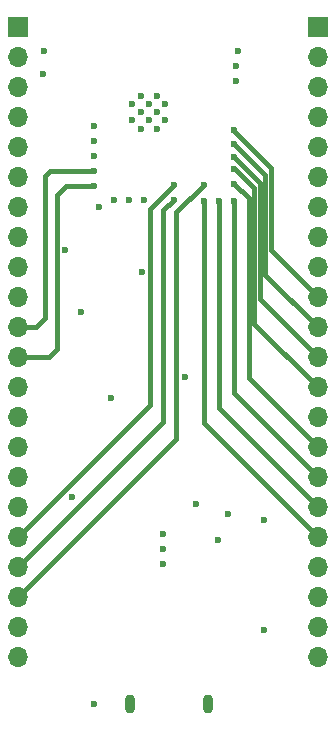
<source format=gbr>
%TF.GenerationSoftware,KiCad,Pcbnew,8.0.8*%
%TF.CreationDate,2025-02-25T12:41:36-05:00*%
%TF.ProjectId,pcb1,70636231-2e6b-4696-9361-645f70636258,rev?*%
%TF.SameCoordinates,Original*%
%TF.FileFunction,Copper,L3,Inr*%
%TF.FilePolarity,Positive*%
%FSLAX46Y46*%
G04 Gerber Fmt 4.6, Leading zero omitted, Abs format (unit mm)*
G04 Created by KiCad (PCBNEW 8.0.8) date 2025-02-25 12:41:36*
%MOMM*%
%LPD*%
G01*
G04 APERTURE LIST*
%TA.AperFunction,ComponentPad*%
%ADD10O,0.900000X1.600000*%
%TD*%
%TA.AperFunction,HeatsinkPad*%
%ADD11C,0.600000*%
%TD*%
%TA.AperFunction,ComponentPad*%
%ADD12R,1.700000X1.700000*%
%TD*%
%TA.AperFunction,ComponentPad*%
%ADD13O,1.700000X1.700000*%
%TD*%
%TA.AperFunction,ViaPad*%
%ADD14C,0.600000*%
%TD*%
%TA.AperFunction,Conductor*%
%ADD15C,0.381000*%
%TD*%
G04 APERTURE END LIST*
D10*
%TO.N,GND*%
%TO.C,J1*%
X111060000Y-97930000D03*
X117660000Y-97930000D03*
%TD*%
D11*
%TO.N,GND*%
%TO.C,U1*%
X111273000Y-47099000D03*
X111273000Y-48499000D03*
X111973000Y-46399000D03*
X111973000Y-47799000D03*
X111973000Y-49199000D03*
X112673000Y-47099000D03*
X112673000Y-48499000D03*
X113373000Y-46399000D03*
X113373000Y-47799000D03*
X113373000Y-49199000D03*
X114073000Y-47099000D03*
X114073000Y-48499000D03*
%TD*%
D12*
%TO.N,GND*%
%TO.C,J3*%
X127000000Y-40640000D03*
D13*
%TO.N,/U0TXD*%
X127000000Y-43180000D03*
%TO.N,/U0RXD*%
X127000000Y-45720000D03*
%TO.N,/GPIO1*%
X127000000Y-48260000D03*
%TO.N,/GPIO2*%
X127000000Y-50800000D03*
%TO.N,/GPIO42*%
X127000000Y-53340000D03*
%TO.N,/GPIO41*%
X127000000Y-55880000D03*
%TO.N,/GPIO40*%
X127000000Y-58420000D03*
%TO.N,/GPIO39*%
X127000000Y-60960000D03*
%TO.N,/GPIO38*%
X127000000Y-63500000D03*
%TO.N,/GPIO37*%
X127000000Y-66040000D03*
%TO.N,/GPIO36*%
X127000000Y-68580000D03*
%TO.N,/GPIO35*%
X127000000Y-71120000D03*
%TO.N,/GPIO0*%
X127000000Y-73660000D03*
%TO.N,/GPIO45*%
X127000000Y-76200000D03*
%TO.N,/GPIO48*%
X127000000Y-78740000D03*
%TO.N,/GPIO47*%
X127000000Y-81280000D03*
%TO.N,/GPIO21*%
X127000000Y-83820000D03*
%TO.N,/GPIO20*%
X127000000Y-86360000D03*
%TO.N,/GPIO19*%
X127000000Y-88900000D03*
%TO.N,GND*%
X127000000Y-91440000D03*
X127000000Y-93980000D03*
%TD*%
D12*
%TO.N,ESP_3V3*%
%TO.C,J2*%
X101600000Y-40640000D03*
D13*
X101600000Y-43180000D03*
%TO.N,/CHIP_PU*%
X101600000Y-45720000D03*
%TO.N,/GPIO4*%
X101600000Y-48260000D03*
%TO.N,/GPIO5*%
X101600000Y-50800000D03*
%TO.N,/GPIO6*%
X101600000Y-53340000D03*
%TO.N,/GPIO7*%
X101600000Y-55880000D03*
%TO.N,/GPIO15*%
X101600000Y-58420000D03*
%TO.N,/GPIO16*%
X101600000Y-60960000D03*
%TO.N,/GPIO17*%
X101600000Y-63500000D03*
%TO.N,/GPIO18*%
X101600000Y-66040000D03*
%TO.N,/GPIO8*%
X101600000Y-68580000D03*
%TO.N,/GPIO3*%
X101600000Y-71120000D03*
%TO.N,/GPIO46*%
X101600000Y-73660000D03*
%TO.N,/GPIO9*%
X101600000Y-76200000D03*
%TO.N,/GPIO10*%
X101600000Y-78740000D03*
%TO.N,/GPIO11*%
X101600000Y-81280000D03*
%TO.N,/GPIO12*%
X101600000Y-83820000D03*
%TO.N,/GPIO13*%
X101600000Y-86360000D03*
%TO.N,/GPIO14*%
X101600000Y-88900000D03*
%TO.N,VCC_5V*%
X101600000Y-91440000D03*
%TO.N,GND*%
X101600000Y-93980000D03*
%TD*%
D14*
%TO.N,VCC_5V*%
X106172000Y-80416400D03*
%TO.N,+3V3*%
X113850000Y-86100000D03*
X109450000Y-72050000D03*
X116700000Y-81000000D03*
X115740500Y-70250000D03*
%TO.N,/CHIP_PU*%
X105592500Y-59438008D03*
X103835200Y-42621200D03*
%TO.N,VBUS*%
X108000000Y-97900000D03*
%TO.N,/GPIO17*%
X108051600Y-51509000D03*
%TO.N,/GPIO10*%
X110998000Y-55270400D03*
%TO.N,/GPIO13*%
X114808000Y-55219600D03*
%TO.N,ESP_3V3*%
X106934000Y-64770000D03*
X112115600Y-61366400D03*
%TO.N,/GPIO18*%
X108051600Y-52779000D03*
%TO.N,/GPIO16*%
X108051600Y-50239000D03*
%TO.N,/GPIO14*%
X117348000Y-53949600D03*
%TO.N,/GPIO12*%
X114800000Y-54000000D03*
%TO.N,/GPIO46*%
X108458000Y-55829200D03*
%TO.N,/GPIO9*%
X109728000Y-55270400D03*
%TO.N,/GPIO15*%
X108051600Y-48969000D03*
%TO.N,/GPIO8*%
X108051600Y-54049000D03*
%TO.N,/GPIO11*%
X112268000Y-55270400D03*
%TO.N,/GPIO4*%
X103739258Y-44557258D03*
%TO.N,/GPIO2*%
X120190600Y-42619000D03*
%TO.N,/GPIO38*%
X119888000Y-49352200D03*
%TO.N,/GPIO36*%
X119888000Y-51587400D03*
%TO.N,/GPIO21*%
X117348000Y-55295800D03*
%TO.N,/GPIO37*%
X119888000Y-50469800D03*
%TO.N,/GPIO35*%
X119913400Y-52654200D03*
%TO.N,/U0RXD*%
X113850000Y-83550000D03*
%TO.N,/U0TXD*%
X120091200Y-43891200D03*
%TO.N,/GPIO48*%
X119888000Y-55295800D03*
%TO.N,/GPIO45*%
X119913400Y-53898800D03*
%TO.N,/GPIO47*%
X118618000Y-55295800D03*
%TO.N,/U0TXD*%
X113850000Y-84800000D03*
%TO.N,/U0RXD*%
X120091200Y-45161200D03*
%TO.N,Net-(Q1-B)*%
X122428000Y-91694000D03*
X122428000Y-82346800D03*
%TO.N,Net-(Q1-E)*%
X119380000Y-81838800D03*
X118516400Y-84074000D03*
%TD*%
D15*
%TO.N,/GPIO13*%
X113900000Y-74060000D02*
X101600000Y-86360000D01*
X113900000Y-56127600D02*
X113900000Y-74060000D01*
X114808000Y-55219600D02*
X113900000Y-56127600D01*
%TO.N,/GPIO18*%
X108051600Y-52779000D02*
X104345400Y-52779000D01*
X103886000Y-53238400D02*
X103886000Y-65278000D01*
X104345400Y-52779000D02*
X103886000Y-53238400D01*
X103886000Y-65278000D02*
X103124000Y-66040000D01*
X103124000Y-66040000D02*
X101600000Y-66040000D01*
%TO.N,/GPIO14*%
X115000000Y-75500000D02*
X101600000Y-88900000D01*
X117348000Y-53949600D02*
X115000000Y-56297600D01*
X115000000Y-56297600D02*
X115000000Y-75500000D01*
%TO.N,/GPIO12*%
X112806100Y-72613900D02*
X101600000Y-83820000D01*
X114800000Y-54000000D02*
X112806100Y-55993900D01*
X112806100Y-55993900D02*
X112806100Y-72613900D01*
%TO.N,/GPIO8*%
X104902000Y-54813200D02*
X104902000Y-67868800D01*
X105666200Y-54049000D02*
X104902000Y-54813200D01*
X108051600Y-54049000D02*
X105666200Y-54049000D01*
X104190800Y-68580000D02*
X101600000Y-68580000D01*
X104902000Y-67868800D02*
X104190800Y-68580000D01*
%TO.N,/GPIO38*%
X119888000Y-49352200D02*
X119888000Y-49428400D01*
X123016600Y-59516600D02*
X127000000Y-63500000D01*
X123016600Y-52557000D02*
X123016600Y-59516600D01*
X119888000Y-49428400D02*
X123016600Y-52557000D01*
%TO.N,/GPIO36*%
X122074600Y-63654600D02*
X127000000Y-68580000D01*
X122074600Y-53774000D02*
X122074600Y-63654600D01*
X119888000Y-51587400D02*
X122074600Y-53774000D01*
%TO.N,/GPIO21*%
X117348000Y-74168000D02*
X127000000Y-83820000D01*
X117348000Y-55295800D02*
X117348000Y-74168000D01*
%TO.N,/GPIO37*%
X122545600Y-53127400D02*
X122545600Y-61585600D01*
X119888000Y-50469800D02*
X122545600Y-53127400D01*
X122545600Y-61585600D02*
X127000000Y-66040000D01*
%TO.N,/GPIO35*%
X127000000Y-71120000D02*
X121603600Y-65723600D01*
X121603600Y-65723600D02*
X121603600Y-54262506D01*
X119913400Y-52654200D02*
X119995294Y-52654200D01*
X119995294Y-52654200D02*
X121603600Y-54262506D01*
%TO.N,/GPIO48*%
X119888000Y-55295800D02*
X119888000Y-71628000D01*
X119888000Y-71628000D02*
X127000000Y-78740000D01*
%TO.N,/GPIO45*%
X121132600Y-55143400D02*
X121132600Y-70332600D01*
X121132600Y-55118000D02*
X121132600Y-55143400D01*
X121132600Y-70332600D02*
X127000000Y-76200000D01*
X119913400Y-53898800D02*
X121132600Y-55118000D01*
%TO.N,/GPIO47*%
X118618000Y-55295800D02*
X118618000Y-72898000D01*
X118618000Y-72898000D02*
X127000000Y-81280000D01*
%TD*%
M02*

</source>
